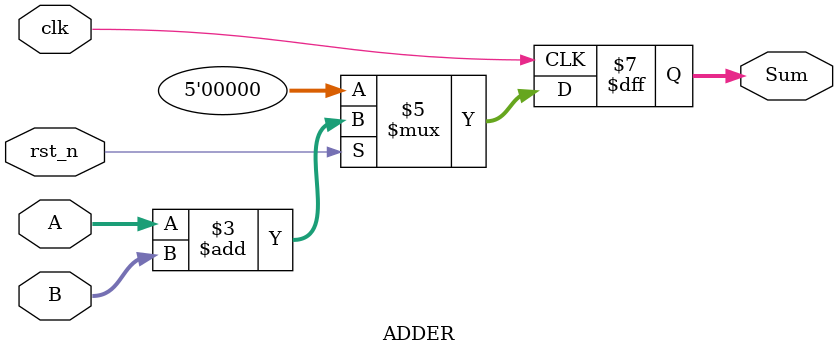
<source format=sv>
module ADDER(
 	input logic clk, rst_n,
  input logic[3:0] A,B, 
  output logic[4:0] Sum 
  );

always@(posedge clk)
  if(!rst_n)
    Sum<=5'b0;
  else
    Sum<=A+B;
    
endmodule
</source>
